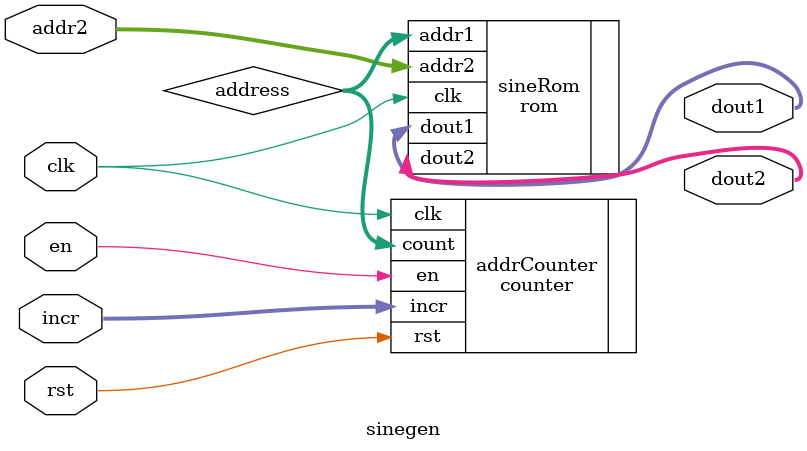
<source format=sv>
module sinegen #(
    parameter   A_WIDTH = 8,
                D_WIDTH = 8
)(
    // interface signals
    input   logic               clk,        // clock
    input   logic               rst,        // reset
    input   logic               en,         // eneable
    input   logic [D_WIDTH-1:0] incr,       // increment for addr counter
    input  logic [D_WIDTH-1:0]  addr2,
    output  logic [D_WIDTH-1:0] dout1,        // output data
    output  logic [D_WIDTH-1:0] dout2        // output data
);

    logic   [A_WIDTH-1:0]       address;    // interconnect wire

counter addrCounter (
    .clk (clk),
    .rst (rst),
    .en (en),
    .incr (incr),
    .count (address)
);

rom sineRom (
    .clk (clk),
    .addr1 (address),
    .addr2 (addr2),
    .dout1 (dout1),
    .dout2 (dout2)
);

endmodule

</source>
